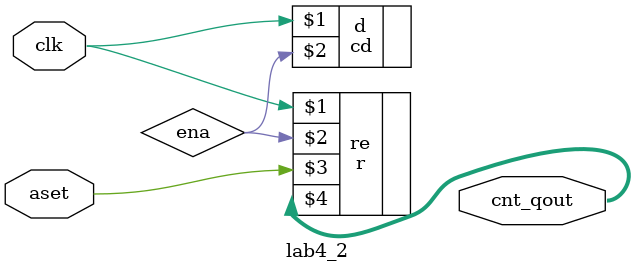
<source format=v>
module lab4_2(clk, aset, cnt_qout);
parameter MODULUS = 25_000_000;

input clk, aset;
output [3:0] cnt_qout;
reg [25:0] cnt_d;
reg [3:0] cnt_q;
wire ena;

cd #(3) d(clk, ena);
r re(clk, ena, aset, cnt_qout);

endmodule

</source>
